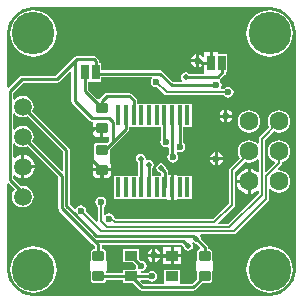
<source format=gtl>
G04 Layer_Physical_Order=1*
G04 Layer_Color=255*
%FSLAX44Y44*%
%MOMM*%
G71*
G01*
G75*
%ADD10R,0.6350X1.2700*%
G04:AMPARAMS|DCode=11|XSize=1mm|YSize=0.9mm|CornerRadius=0.1125mm|HoleSize=0mm|Usage=FLASHONLY|Rotation=180.000|XOffset=0mm|YOffset=0mm|HoleType=Round|Shape=RoundedRectangle|*
%AMROUNDEDRECTD11*
21,1,1.0000,0.6750,0,0,180.0*
21,1,0.7750,0.9000,0,0,180.0*
1,1,0.2250,-0.3875,0.3375*
1,1,0.2250,0.3875,0.3375*
1,1,0.2250,0.3875,-0.3375*
1,1,0.2250,-0.3875,-0.3375*
%
%ADD11ROUNDEDRECTD11*%
%ADD12R,1.0160X0.8636*%
%ADD13R,0.4064X1.6510*%
%ADD14C,0.2000*%
%ADD15C,0.2500*%
%ADD16C,0.3000*%
%ADD17C,1.5000*%
%ADD18C,3.6000*%
%ADD19C,1.6000*%
%ADD20C,0.6000*%
%ADD21C,0.5000*%
G36*
X25000Y247176D02*
X223772D01*
X225000Y247176D01*
X225000Y247176D01*
X225000Y247176D01*
Y247176D01*
X226234Y247088D01*
X229333Y246783D01*
X233499Y245519D01*
X237339Y243467D01*
X240705Y240705D01*
X243467Y237339D01*
X245519Y233499D01*
X246783Y229333D01*
X247088Y226234D01*
X247176Y225000D01*
X247176D01*
X247176Y225000D01*
Y26228D01*
X247176Y25000D01*
X247176Y25000D01*
X247176Y25000D01*
X247176D01*
X247088Y23766D01*
X246783Y20667D01*
X245519Y16501D01*
X243467Y12661D01*
X240705Y9295D01*
X237339Y6533D01*
X233499Y4481D01*
X229333Y3217D01*
X226234Y2912D01*
X225000Y2824D01*
Y2824D01*
X225000Y2824D01*
X26228D01*
X25000Y2824D01*
X25000Y2824D01*
X25000Y2824D01*
Y2824D01*
X23766Y2912D01*
X20667Y3217D01*
X16501Y4481D01*
X12661Y6533D01*
X9295Y9295D01*
X6533Y12661D01*
X4481Y16501D01*
X3217Y20667D01*
X2912Y23766D01*
X2824Y25000D01*
X2824D01*
X2824Y25000D01*
Y97414D01*
X4094Y97941D01*
X9249Y92786D01*
X8138Y91339D01*
X7232Y89149D01*
X6922Y86800D01*
X7232Y84451D01*
X8138Y82261D01*
X9581Y80381D01*
X11461Y78938D01*
X13650Y78032D01*
X16000Y77722D01*
X18349Y78032D01*
X20539Y78938D01*
X22419Y80381D01*
X23861Y82261D01*
X24768Y84451D01*
X25078Y86800D01*
X24768Y89149D01*
X23861Y91339D01*
X22419Y93219D01*
X20539Y94661D01*
X18349Y95568D01*
X16000Y95878D01*
X14310Y95655D01*
X7804Y102161D01*
Y104486D01*
X9074Y104859D01*
X10937Y103430D01*
X13379Y102418D01*
X14730Y102240D01*
Y112200D01*
Y122159D01*
X13379Y121981D01*
X10937Y120970D01*
X9074Y119541D01*
X7804Y119914D01*
Y131411D01*
X9074Y131842D01*
X9581Y131181D01*
X11461Y129739D01*
X13650Y128832D01*
X16000Y128522D01*
X18349Y128832D01*
X20084Y129550D01*
X46196Y103439D01*
Y77000D01*
X46410Y75927D01*
X47017Y75017D01*
X75017Y47017D01*
X77196Y44839D01*
Y42551D01*
X76125D01*
X75101Y42348D01*
X74233Y41768D01*
X73652Y40899D01*
X73449Y39875D01*
Y33125D01*
X73561Y32561D01*
X73000Y32000D01*
Y24000D01*
X73561Y23439D01*
X73449Y22875D01*
Y16125D01*
X73652Y15101D01*
X74233Y14232D01*
X75101Y13652D01*
X76125Y13449D01*
X83875D01*
X84899Y13652D01*
X85767Y14232D01*
X86348Y15101D01*
X86551Y16125D01*
Y16446D01*
X100920D01*
Y13432D01*
X109353D01*
X114767Y8017D01*
X115677Y7410D01*
X116750Y7196D01*
X160500D01*
X161573Y7410D01*
X162483Y8017D01*
X167914Y13449D01*
X173875D01*
X174899Y13652D01*
X175767Y14232D01*
X176348Y15101D01*
X176551Y16125D01*
Y22875D01*
X176439Y23439D01*
X177000Y24000D01*
Y32000D01*
X176439Y32561D01*
X176551Y33125D01*
Y39875D01*
X176348Y40899D01*
X175767Y41768D01*
X174899Y42348D01*
X173875Y42551D01*
X172804D01*
Y44000D01*
X172591Y45073D01*
X171983Y45983D01*
X167060Y50906D01*
X167078Y51000D01*
X166768Y52561D01*
X166019Y53681D01*
X166249Y54449D01*
X166573Y54951D01*
X194500D01*
X195476Y55145D01*
X196302Y55698D01*
X223802Y83198D01*
X224355Y84025D01*
X224549Y85000D01*
Y92922D01*
X225819Y93353D01*
X226224Y92825D01*
X228209Y91302D01*
X230520Y90344D01*
X233000Y90018D01*
X235480Y90344D01*
X237791Y91302D01*
X239775Y92825D01*
X241298Y94809D01*
X242255Y97120D01*
X242582Y99600D01*
X242255Y102080D01*
X241298Y104391D01*
X239775Y106376D01*
X237791Y107898D01*
X235480Y108855D01*
X233000Y109182D01*
X232520Y109119D01*
X231926Y110322D01*
X234803Y113198D01*
X235355Y114025D01*
X235549Y115000D01*
Y115773D01*
X237791Y116702D01*
X239775Y118225D01*
X241298Y120209D01*
X242255Y122520D01*
X242582Y125000D01*
X242255Y127480D01*
X241298Y129791D01*
X239775Y131776D01*
X237791Y133298D01*
X235480Y134256D01*
X233000Y134582D01*
X230520Y134256D01*
X228209Y133298D01*
X226224Y131776D01*
X224702Y129791D01*
X223745Y127480D01*
X223418Y125000D01*
X223745Y122520D01*
X224702Y120209D01*
X226224Y118225D01*
X228209Y116702D01*
X229195Y116293D01*
X229443Y115048D01*
X222222Y107827D01*
X221049Y108313D01*
Y134843D01*
X228279Y142073D01*
X230520Y141145D01*
X233000Y140818D01*
X235480Y141145D01*
X237791Y142102D01*
X239775Y143625D01*
X241298Y145609D01*
X242255Y147920D01*
X242582Y150400D01*
X242255Y152880D01*
X241298Y155191D01*
X239775Y157176D01*
X237791Y158698D01*
X235480Y159656D01*
X233000Y159982D01*
X230520Y159656D01*
X228209Y158698D01*
X226224Y157176D01*
X224702Y155191D01*
X223745Y152880D01*
X223418Y150400D01*
X223745Y147920D01*
X224674Y145677D01*
X216698Y137702D01*
X216145Y136875D01*
X215951Y135899D01*
Y131808D01*
X214681Y131377D01*
X214375Y131776D01*
X212391Y133298D01*
X210080Y134256D01*
X207600Y134582D01*
X205120Y134256D01*
X202809Y133298D01*
X200825Y131776D01*
X199302Y129791D01*
X198344Y127480D01*
X198018Y125000D01*
X198344Y122520D01*
X199302Y120209D01*
X199867Y119472D01*
X191198Y110802D01*
X190645Y109976D01*
X190451Y109000D01*
Y81056D01*
X176944Y67549D01*
X95056D01*
X93336Y69269D01*
X93239Y69756D01*
X92244Y71244D01*
X90756Y72239D01*
X89000Y72588D01*
X87244Y72239D01*
X85819Y71287D01*
X85464Y71360D01*
X84549Y71724D01*
Y78291D01*
X85244Y78756D01*
X86239Y80244D01*
X86588Y82000D01*
X86239Y83756D01*
X85244Y85244D01*
X83756Y86239D01*
X82000Y86588D01*
X80244Y86239D01*
X78756Y85244D01*
X77761Y83756D01*
X77412Y82000D01*
X77761Y80244D01*
X78756Y78756D01*
X79451Y78291D01*
Y66000D01*
X79464Y65937D01*
X78293Y65312D01*
X69425Y74180D01*
X69588Y75000D01*
X69239Y76756D01*
X68244Y78244D01*
X66756Y79239D01*
X65000Y79588D01*
X63244Y79239D01*
X61756Y78244D01*
X60859Y76902D01*
X60136Y76566D01*
X59571Y76395D01*
X55804Y80161D01*
Y126000D01*
X55590Y127073D01*
X54983Y127983D01*
X24050Y158916D01*
X24768Y160651D01*
X25078Y163000D01*
X24768Y165349D01*
X23861Y167539D01*
X22419Y169419D01*
X20539Y170861D01*
X18349Y171768D01*
X16000Y172078D01*
X13650Y171768D01*
X11461Y170861D01*
X9581Y169419D01*
X9074Y168758D01*
X7804Y169189D01*
Y174839D01*
X16161Y183196D01*
X45000D01*
X46073Y183410D01*
X46983Y184017D01*
X56023Y193058D01*
X57196Y192572D01*
Y168000D01*
X57410Y166927D01*
X58017Y166017D01*
X73017Y151017D01*
X73927Y150410D01*
X74771Y150242D01*
X75092Y149908D01*
X75225Y149717D01*
X75597Y148926D01*
X75388Y147875D01*
Y145770D01*
X83000D01*
Y144500D01*
X84270D01*
Y137388D01*
X86875D01*
X87926Y137597D01*
X89196Y136857D01*
Y134161D01*
X87468Y132433D01*
X86875Y132551D01*
X79125D01*
X78101Y132348D01*
X77232Y131768D01*
X76652Y130899D01*
X76449Y129875D01*
Y123125D01*
X76561Y122561D01*
X76000Y122000D01*
Y114795D01*
X75673Y114305D01*
X75388Y112875D01*
Y110770D01*
X90612D01*
Y112875D01*
X90327Y114305D01*
X90000Y114795D01*
Y122000D01*
X89439Y122561D01*
X89551Y123125D01*
Y126586D01*
X93983Y131017D01*
X105233Y142267D01*
X105840Y143177D01*
X106054Y144250D01*
Y145979D01*
X132998D01*
Y135111D01*
X132761Y134756D01*
X132412Y133000D01*
X132761Y131244D01*
X133756Y129756D01*
X135244Y128761D01*
X137000Y128412D01*
X138676Y128745D01*
X138949Y128742D01*
X139946Y128209D01*
Y123372D01*
X139756Y123244D01*
X138761Y121756D01*
X138412Y120000D01*
X138761Y118244D01*
X139756Y116756D01*
X141244Y115761D01*
X143000Y115412D01*
X144756Y115761D01*
X146244Y116756D01*
X147239Y118244D01*
X147588Y120000D01*
X147239Y121756D01*
X146244Y123244D01*
X146205Y123271D01*
X146236Y123907D01*
X146577Y124196D01*
X147540Y124702D01*
X149000Y124412D01*
X150756Y124761D01*
X152244Y125756D01*
X153239Y127244D01*
X153588Y129000D01*
X153239Y130756D01*
X152244Y132244D01*
X151804Y132539D01*
Y145979D01*
X158892D01*
Y165489D01*
X112554D01*
Y168250D01*
X112340Y169323D01*
X111733Y170233D01*
X107983Y173983D01*
X107073Y174590D01*
X106000Y174804D01*
X87000D01*
X85927Y174590D01*
X85017Y173983D01*
X81017Y169983D01*
X80722Y169540D01*
X79243Y169222D01*
X71304Y177161D01*
Y184150D01*
X82247D01*
Y188196D01*
X125069D01*
X125543Y186926D01*
X124761Y185756D01*
X124412Y184000D01*
X124761Y182244D01*
X125756Y180756D01*
X127244Y179761D01*
X129000Y179412D01*
X129820Y179575D01*
X136198Y173198D01*
X137025Y172645D01*
X138000Y172451D01*
X186291D01*
X186756Y171756D01*
X188244Y170761D01*
X190000Y170412D01*
X191756Y170761D01*
X193244Y171756D01*
X194239Y173244D01*
X194588Y175000D01*
X194239Y176756D01*
X193244Y178244D01*
X191756Y179239D01*
X190000Y179588D01*
X188244Y179239D01*
X186756Y178244D01*
X186291Y177549D01*
X184634D01*
X183955Y178819D01*
X184239Y179244D01*
X184588Y181000D01*
X184239Y182756D01*
X183244Y184244D01*
X182930Y184454D01*
Y185982D01*
X182983Y186017D01*
X187063Y190097D01*
X187670Y191007D01*
X187884Y192080D01*
Y192150D01*
X189247D01*
Y207850D01*
X181215D01*
Y208890D01*
X176770D01*
Y200000D01*
X174230D01*
Y208890D01*
X169785D01*
Y205600D01*
X168515Y205215D01*
X167994Y205994D01*
X166162Y207219D01*
X165270Y207396D01*
Y202000D01*
Y196604D01*
X166162Y196781D01*
X167994Y198006D01*
X168515Y198785D01*
X169785Y198400D01*
Y191110D01*
X168642Y190804D01*
X156937D01*
X156884Y190884D01*
X155561Y191768D01*
X154000Y192078D01*
X152439Y191768D01*
X151116Y190884D01*
X150232Y189561D01*
X149922Y188000D01*
X150232Y186439D01*
X151116Y185116D01*
X151180Y185074D01*
X150794Y183804D01*
X143161D01*
X133982Y192983D01*
X133073Y193591D01*
X132000Y193804D01*
X82247D01*
Y199850D01*
X80376D01*
Y201428D01*
X80162Y202501D01*
X79555Y203411D01*
X77983Y204983D01*
X77073Y205590D01*
X76000Y205804D01*
X62000D01*
X60927Y205590D01*
X60017Y204983D01*
X58017Y202983D01*
X43839Y188804D01*
X15000D01*
X13927Y188590D01*
X13017Y187983D01*
X4094Y179060D01*
X2824Y179586D01*
Y223772D01*
X2824Y225000D01*
X2824Y225000D01*
X2824Y225000D01*
X2824D01*
X2912Y226234D01*
X3217Y229333D01*
X4481Y233499D01*
X6533Y237339D01*
X9295Y240705D01*
X12661Y243467D01*
X16501Y245519D01*
X20667Y246783D01*
X23766Y247088D01*
X25000Y247176D01*
Y247176D01*
X25000Y247176D01*
D02*
G37*
G36*
X215951Y118192D02*
Y108020D01*
X214681Y107452D01*
X212915Y108807D01*
X210352Y109869D01*
X208870Y110064D01*
Y99600D01*
Y89136D01*
X210352Y89331D01*
X212915Y90393D01*
X214681Y91748D01*
X215951Y91180D01*
Y89556D01*
X189944Y63549D01*
X181813D01*
X181327Y64722D01*
X194802Y78198D01*
X195355Y79025D01*
X195549Y80000D01*
Y107944D01*
X203868Y116263D01*
X205120Y115744D01*
X207600Y115418D01*
X210080Y115744D01*
X212391Y116702D01*
X214375Y118225D01*
X214681Y118623D01*
X215951Y118192D01*
D02*
G37*
G36*
X9581Y156581D02*
X11461Y155139D01*
X13650Y154232D01*
X16000Y153922D01*
X18349Y154232D01*
X20084Y154950D01*
X50196Y124838D01*
Y109028D01*
X49023Y108542D01*
X24050Y133516D01*
X24768Y135251D01*
X25078Y137600D01*
X24768Y139949D01*
X23861Y142139D01*
X22419Y144019D01*
X20539Y145461D01*
X18349Y146368D01*
X16000Y146678D01*
X13650Y146368D01*
X11461Y145461D01*
X9581Y144019D01*
X9074Y143358D01*
X7804Y143789D01*
Y156811D01*
X9074Y157242D01*
X9581Y156581D01*
D02*
G37*
G36*
X161439Y47232D02*
X163000Y46922D01*
X163094Y46940D01*
X166213Y43821D01*
X166184Y43397D01*
X165760Y42479D01*
X165101Y42348D01*
X164233Y41768D01*
X163652Y40899D01*
X163449Y39875D01*
Y33125D01*
X163561Y32561D01*
X163000Y32000D01*
Y24000D01*
X163561Y23439D01*
X163449Y22875D01*
Y16914D01*
X159339Y12804D01*
X150116D01*
X149106Y13432D01*
X149106Y14074D01*
Y25068D01*
X135946D01*
Y14074D01*
X135946Y13432D01*
X134936Y12804D01*
X117911D01*
X115442Y15273D01*
X115928Y16446D01*
X121712D01*
X122006Y16006D01*
X123494Y15011D01*
X125250Y14662D01*
X127006Y15011D01*
X128495Y16006D01*
X129489Y17494D01*
X129838Y19250D01*
X129489Y21006D01*
X128495Y22494D01*
X127006Y23489D01*
X125250Y23838D01*
X123494Y23489D01*
X122006Y22494D01*
X121712Y22054D01*
X115441D01*
X115362Y22288D01*
X116197Y23376D01*
X116315Y23430D01*
X117980Y23761D01*
X119468Y24756D01*
X120463Y26244D01*
X120812Y28000D01*
X120463Y29756D01*
X119468Y31244D01*
X117980Y32239D01*
X116224Y32588D01*
X115704Y32485D01*
X114080Y34109D01*
Y42708D01*
X100920D01*
Y31072D01*
X109187D01*
X111739Y28520D01*
X111636Y28000D01*
X111966Y26338D01*
X111947Y26048D01*
X111424Y25068D01*
X100920D01*
Y22054D01*
X86551D01*
Y22875D01*
X86439Y23439D01*
X87000Y24000D01*
Y32000D01*
X86439Y32561D01*
X86551Y33125D01*
Y39875D01*
X86348Y40899D01*
X85767Y41768D01*
X84899Y42348D01*
X83875Y42551D01*
X82804D01*
Y46000D01*
X82965Y46196D01*
X150839D01*
X151940Y45094D01*
X151922Y45000D01*
X152232Y43439D01*
X153116Y42116D01*
X154439Y41232D01*
X156000Y40922D01*
X157561Y41232D01*
X158884Y42116D01*
X159768Y43439D01*
X160078Y45000D01*
X159768Y46561D01*
X159453Y47032D01*
X160369Y47947D01*
X161439Y47232D01*
D02*
G37*
%LPC*%
G36*
X225000Y244594D02*
X221177Y244218D01*
X217501Y243103D01*
X214114Y241292D01*
X211145Y238855D01*
X208708Y235886D01*
X206897Y232498D01*
X205782Y228822D01*
X205406Y225000D01*
X205782Y221177D01*
X206897Y217501D01*
X208708Y214114D01*
X211145Y211145D01*
X214114Y208708D01*
X217501Y206897D01*
X221177Y205782D01*
X225000Y205406D01*
X228822Y205782D01*
X232498Y206897D01*
X235886Y208708D01*
X238855Y211145D01*
X241292Y214114D01*
X243103Y217501D01*
X244218Y221177D01*
X244594Y225000D01*
X244218Y228822D01*
X243103Y232498D01*
X241292Y235886D01*
X238855Y238855D01*
X235886Y241292D01*
X232498Y243103D01*
X228822Y244218D01*
X225000Y244594D01*
D02*
G37*
G36*
X25000D02*
X21177Y244218D01*
X17502Y243103D01*
X14114Y241292D01*
X11145Y238855D01*
X8708Y235886D01*
X6897Y232498D01*
X5782Y228822D01*
X5406Y225000D01*
X5782Y221177D01*
X6897Y217501D01*
X8708Y214114D01*
X11145Y211145D01*
X14114Y208708D01*
X17502Y206897D01*
X21177Y205782D01*
X25000Y205406D01*
X28823Y205782D01*
X32499Y206897D01*
X35886Y208708D01*
X38856Y211145D01*
X41292Y214114D01*
X43103Y217501D01*
X44218Y221177D01*
X44595Y225000D01*
X44218Y228822D01*
X43103Y232498D01*
X41292Y235886D01*
X38856Y238855D01*
X35886Y241292D01*
X32499Y243103D01*
X28823Y244218D01*
X25000Y244594D01*
D02*
G37*
G36*
X162730Y207396D02*
X161838Y207219D01*
X160006Y205994D01*
X158781Y204162D01*
X158604Y203270D01*
X162730D01*
Y207396D01*
D02*
G37*
G36*
Y200730D02*
X158604D01*
X158781Y199838D01*
X160006Y198006D01*
X161838Y196781D01*
X162730Y196604D01*
Y200730D01*
D02*
G37*
G36*
X189270Y160396D02*
Y156270D01*
X193396D01*
X193219Y157162D01*
X191994Y158994D01*
X190162Y160219D01*
X189270Y160396D01*
D02*
G37*
G36*
X186730D02*
X185838Y160219D01*
X184006Y158994D01*
X182781Y157162D01*
X182604Y156270D01*
X186730D01*
Y160396D01*
D02*
G37*
G36*
X193396Y153730D02*
X189270D01*
Y149604D01*
X190162Y149781D01*
X191994Y151006D01*
X193219Y152838D01*
X193396Y153730D01*
D02*
G37*
G36*
X186730D02*
X182604D01*
X182781Y152838D01*
X184006Y151006D01*
X185838Y149781D01*
X186730Y149604D01*
Y153730D01*
D02*
G37*
G36*
X207600Y159982D02*
X205120Y159656D01*
X202809Y158698D01*
X200825Y157176D01*
X199302Y155191D01*
X198344Y152880D01*
X198018Y150400D01*
X198344Y147920D01*
X199302Y145609D01*
X200825Y143625D01*
X202809Y142102D01*
X205120Y141145D01*
X207600Y140818D01*
X210080Y141145D01*
X212391Y142102D01*
X214375Y143625D01*
X215898Y145609D01*
X216855Y147920D01*
X217182Y150400D01*
X216855Y152880D01*
X215898Y155191D01*
X214375Y157176D01*
X212391Y158698D01*
X210080Y159656D01*
X207600Y159982D01*
D02*
G37*
G36*
X81730Y143230D02*
X75388D01*
Y141125D01*
X75673Y139695D01*
X76483Y138483D01*
X77695Y137673D01*
X79125Y137388D01*
X81730D01*
Y143230D01*
D02*
G37*
G36*
X181270Y124396D02*
Y120270D01*
X185396D01*
X185219Y121162D01*
X183994Y122994D01*
X182162Y124219D01*
X181270Y124396D01*
D02*
G37*
G36*
X178730D02*
X177838Y124219D01*
X176006Y122994D01*
X174781Y121162D01*
X174604Y120270D01*
X178730D01*
Y124396D01*
D02*
G37*
G36*
X185396Y117730D02*
X181270D01*
Y113604D01*
X182162Y113781D01*
X183994Y115006D01*
X185219Y116838D01*
X185396Y117730D01*
D02*
G37*
G36*
X178730D02*
X174604D01*
X174781Y116838D01*
X176006Y115006D01*
X177838Y113781D01*
X178730Y113604D01*
Y117730D01*
D02*
G37*
G36*
X17270Y122159D02*
Y113470D01*
X25959D01*
X25782Y114821D01*
X24770Y117263D01*
X23161Y119361D01*
X21063Y120970D01*
X18621Y121981D01*
X17270Y122159D01*
D02*
G37*
G36*
X90612Y108230D02*
X84270D01*
Y102388D01*
X86875D01*
X88305Y102673D01*
X89517Y103483D01*
X90327Y104695D01*
X90612Y106125D01*
Y108230D01*
D02*
G37*
G36*
X81730D02*
X75388D01*
Y106125D01*
X75673Y104695D01*
X76483Y103483D01*
X77695Y102673D01*
X79125Y102388D01*
X81730D01*
Y108230D01*
D02*
G37*
G36*
X25959Y110930D02*
X17270D01*
Y102240D01*
X18621Y102418D01*
X21063Y103430D01*
X23161Y105039D01*
X24770Y107137D01*
X25782Y109579D01*
X25959Y110930D01*
D02*
G37*
G36*
X146978Y105295D02*
X143676D01*
Y94500D01*
Y83705D01*
X146978D01*
Y84745D01*
X158892D01*
Y104255D01*
X146978D01*
Y105295D01*
D02*
G37*
G36*
X116000Y123078D02*
X114439Y122768D01*
X113116Y121884D01*
X112232Y120561D01*
X111922Y119000D01*
X112232Y117439D01*
X113116Y116116D01*
X113196Y116063D01*
Y104255D01*
X93218D01*
Y84745D01*
X137834D01*
Y83705D01*
X141136D01*
Y94500D01*
Y105295D01*
X138804D01*
Y108000D01*
X138590Y109073D01*
X137983Y109983D01*
X137060Y110906D01*
X137078Y111000D01*
X136768Y112561D01*
X135884Y113884D01*
X134561Y114768D01*
X133000Y115078D01*
X131439Y114768D01*
X130116Y113884D01*
X129232Y112561D01*
X128922Y111000D01*
X129232Y109439D01*
X130116Y108116D01*
X131439Y107232D01*
X133000Y106922D01*
X133196Y105686D01*
Y104255D01*
X125554D01*
Y110813D01*
X125634Y110866D01*
X126518Y112189D01*
X126828Y113750D01*
X126518Y115311D01*
X125634Y116634D01*
X124311Y117518D01*
X122750Y117828D01*
X121189Y117518D01*
X121061Y117432D01*
X119918Y118196D01*
X120078Y119000D01*
X119768Y120561D01*
X118884Y121884D01*
X117561Y122768D01*
X116000Y123078D01*
D02*
G37*
G36*
X225000Y44595D02*
X221177Y44218D01*
X217501Y43103D01*
X214114Y41292D01*
X211145Y38856D01*
X208708Y35886D01*
X206897Y32499D01*
X205782Y28823D01*
X205406Y25000D01*
X205782Y21177D01*
X206897Y17502D01*
X208708Y14114D01*
X211145Y11145D01*
X214114Y8708D01*
X217501Y6897D01*
X221177Y5782D01*
X225000Y5406D01*
X228822Y5782D01*
X232498Y6897D01*
X235886Y8708D01*
X238855Y11145D01*
X241292Y14114D01*
X243103Y17502D01*
X244218Y21177D01*
X244594Y25000D01*
X244218Y28823D01*
X243103Y32499D01*
X241292Y35886D01*
X238855Y38856D01*
X235886Y41292D01*
X232498Y43103D01*
X228822Y44218D01*
X225000Y44595D01*
D02*
G37*
G36*
X25000D02*
X21177Y44218D01*
X17502Y43103D01*
X14114Y41292D01*
X11145Y38856D01*
X8708Y35886D01*
X6897Y32499D01*
X5782Y28823D01*
X5406Y25000D01*
X5782Y21177D01*
X6897Y17502D01*
X8708Y14114D01*
X11145Y11145D01*
X14114Y8708D01*
X17502Y6897D01*
X21177Y5782D01*
X25000Y5406D01*
X28823Y5782D01*
X32499Y6897D01*
X35886Y8708D01*
X38856Y11145D01*
X41292Y14114D01*
X43103Y17502D01*
X44218Y21177D01*
X44595Y25000D01*
X44218Y28823D01*
X43103Y32499D01*
X41292Y35886D01*
X38856Y38856D01*
X35886Y41292D01*
X32499Y43103D01*
X28823Y44218D01*
X25000Y44595D01*
D02*
G37*
G36*
X206330Y110064D02*
X204848Y109869D01*
X202285Y108807D01*
X200083Y107117D01*
X198393Y104916D01*
X197331Y102352D01*
X197136Y100870D01*
X206330D01*
Y110064D01*
D02*
G37*
G36*
Y98330D02*
X197136D01*
X197331Y96848D01*
X198393Y94284D01*
X200083Y92083D01*
X202285Y90393D01*
X204848Y89331D01*
X206330Y89136D01*
Y98330D01*
D02*
G37*
G36*
X128270Y42396D02*
Y38270D01*
X132396D01*
X132219Y39162D01*
X130994Y40994D01*
X129162Y42219D01*
X128270Y42396D01*
D02*
G37*
G36*
X125730D02*
X124838Y42219D01*
X123006Y40994D01*
X121781Y39162D01*
X121604Y38270D01*
X125730D01*
Y42396D01*
D02*
G37*
G36*
X150146Y43748D02*
X143796D01*
Y38160D01*
X150146D01*
Y43748D01*
D02*
G37*
G36*
X141256D02*
X134906D01*
Y38160D01*
X141256D01*
Y43748D01*
D02*
G37*
G36*
X132396Y35730D02*
X128270D01*
Y31604D01*
X129162Y31781D01*
X130994Y33006D01*
X132219Y34838D01*
X132396Y35730D01*
D02*
G37*
G36*
X125730D02*
X121604D01*
X121781Y34838D01*
X123006Y33006D01*
X124838Y31781D01*
X125730Y31604D01*
Y35730D01*
D02*
G37*
G36*
X150146Y35620D02*
X143796D01*
Y30032D01*
X150146D01*
Y35620D01*
D02*
G37*
G36*
X141256D02*
X134906D01*
Y30032D01*
X141256D01*
Y35620D01*
D02*
G37*
%LPD*%
D10*
X184572Y200000D02*
D03*
X175500D02*
D03*
X68500Y192000D02*
D03*
X77572D02*
D03*
D11*
X80000Y19500D02*
D03*
Y36500D02*
D03*
X170000Y19500D02*
D03*
Y36500D02*
D03*
X83000Y161500D02*
D03*
Y144500D02*
D03*
Y126500D02*
D03*
Y109500D02*
D03*
D12*
X107500Y36890D02*
D03*
X142526D02*
D03*
X107500Y19250D02*
D03*
X142526D02*
D03*
D13*
X155360Y94500D02*
D03*
X148756D02*
D03*
X142406D02*
D03*
X135802D02*
D03*
X129250D02*
D03*
X122750D02*
D03*
X116250D02*
D03*
X109750D02*
D03*
X103250D02*
D03*
X96750D02*
D03*
X155360Y155734D02*
D03*
X148756D02*
D03*
X142406D02*
D03*
X135802D02*
D03*
X129250D02*
D03*
X116250D02*
D03*
X122750D02*
D03*
X109750D02*
D03*
X103250D02*
D03*
X96750D02*
D03*
D14*
X218500Y135899D02*
X233000Y150400D01*
X218500Y88500D02*
Y135899D01*
X191000Y61000D02*
X218500Y88500D01*
X222000Y104000D02*
X233000Y115000D01*
X222000Y85000D02*
Y104000D01*
X194500Y57500D02*
X222000Y85000D01*
X138000Y175000D02*
X190000D01*
X129000Y184000D02*
X138000Y175000D01*
X233000Y115000D02*
Y125000D01*
X207600Y123600D02*
Y125000D01*
X193000Y109000D02*
X207600Y123600D01*
X193000Y80000D02*
Y109000D01*
X178000Y65000D02*
X193000Y80000D01*
X89000Y68000D02*
X91000D01*
X82000Y66000D02*
Y82000D01*
X91000Y68000D02*
X94000Y65000D01*
X178000D01*
X82000Y66000D02*
X87000Y61000D01*
X191000D01*
X65000Y75000D02*
X82500Y57500D01*
X194500D01*
D15*
X77000Y49000D02*
X80000Y46000D01*
Y36500D02*
Y46000D01*
X163000Y51000D02*
X170000Y44000D01*
Y36500D02*
Y44000D01*
X107500Y19250D02*
X116750Y10000D01*
X160500D01*
X170000Y19500D01*
X80250Y19250D02*
X107500D01*
X125250D01*
X107500Y36724D02*
X116224Y28000D01*
X107500Y36724D02*
Y36890D01*
X135802Y134198D02*
X137000Y133000D01*
X135802Y134198D02*
Y155734D01*
X142406D02*
X142750Y155390D01*
Y120250D02*
Y155390D01*
Y120250D02*
X143000Y120000D01*
X149000Y129000D02*
Y155490D01*
X148756Y155734D02*
X149000Y155490D01*
X142000Y181000D02*
X180000D01*
X132000Y191000D02*
X142000Y181000D01*
X77572Y191000D02*
X132000D01*
X164000Y202000D02*
X166000D01*
X168000Y200000D01*
X172424D01*
X116000Y94750D02*
Y119000D01*
Y94750D02*
X116250Y94500D01*
X122750Y94500D02*
Y113750D01*
X133000Y111000D02*
X136000Y108000D01*
Y94698D02*
Y108000D01*
X135802Y94500D02*
X136000Y94698D01*
X83000Y92000D02*
X95000Y80000D01*
X139000D01*
X142406Y83406D01*
Y94500D01*
X83000Y92000D02*
Y109500D01*
X68500Y176000D02*
X83000Y161500D01*
X68500Y176000D02*
Y191000D01*
X103250Y144250D02*
Y155734D01*
X103250Y155734D01*
X89000Y153000D02*
X91968Y150032D01*
Y146308D02*
Y150032D01*
Y146308D02*
X92000Y146276D01*
Y133000D02*
Y146276D01*
Y133000D02*
X103250Y144250D01*
X83000Y126500D02*
X85500D01*
X92000Y133000D01*
X76500Y144500D02*
X83000D01*
X73000Y141000D02*
X76500Y144500D01*
X73000Y119500D02*
Y141000D01*
Y119500D02*
X83000Y109500D01*
X60000Y201000D02*
X62000Y203000D01*
X60000Y168000D02*
Y201000D01*
Y168000D02*
X75000Y153000D01*
X89000D01*
X62000Y203000D02*
X76000D01*
X77572Y201428D01*
Y192000D02*
Y201428D01*
X106000Y172000D02*
X109750Y168250D01*
Y155734D02*
Y168250D01*
X83000Y161500D02*
Y168000D01*
X87000Y172000D01*
X106000D01*
X16000Y86800D02*
Y90000D01*
X5000Y101000D02*
X16000Y90000D01*
X5000Y101000D02*
Y176000D01*
X15000Y186000D01*
X45000D01*
X62000Y203000D01*
X49000Y77000D02*
Y104600D01*
X16000Y137600D02*
X49000Y104600D01*
X160250Y53750D02*
X163000Y51000D01*
X59250Y72618D02*
Y72750D01*
X53000Y79000D02*
X59250Y72750D01*
X53000Y79000D02*
Y126000D01*
X16000Y163000D02*
X53000Y126000D01*
X59250Y72618D02*
X78118Y53750D01*
X160250D01*
X49000Y77000D02*
X77000Y49000D01*
X152000D01*
X156000Y45000D01*
X154000Y188000D02*
X181000D01*
X185080Y192080D01*
Y200000D01*
D16*
X127110Y36890D02*
X142526D01*
X127000Y37000D02*
X127110Y36890D01*
D17*
X16000Y86800D02*
D03*
Y112200D02*
D03*
Y137600D02*
D03*
Y163000D02*
D03*
D18*
X25000Y225000D02*
D03*
X225000D02*
D03*
Y25000D02*
D03*
X25000D02*
D03*
D19*
X233000Y150400D02*
D03*
X207600D02*
D03*
X233000Y125000D02*
D03*
X207600D02*
D03*
X233000Y99600D02*
D03*
X207600D02*
D03*
D20*
X188000Y155000D02*
D03*
X180000Y119000D02*
D03*
X127000Y37000D02*
D03*
X125250Y19250D02*
D03*
X116224Y28000D02*
D03*
X137000Y133000D02*
D03*
X143000Y120000D02*
D03*
X149000Y129000D02*
D03*
X190000Y175000D02*
D03*
X129000Y184000D02*
D03*
X65000Y75000D02*
D03*
X82000Y82000D02*
D03*
X180000Y181000D02*
D03*
X164000Y202000D02*
D03*
X89000Y68000D02*
D03*
D21*
X116000Y119000D02*
D03*
X122750Y113750D02*
D03*
X133000Y111000D02*
D03*
X156000Y45000D02*
D03*
X163000Y51000D02*
D03*
X154000Y188000D02*
D03*
M02*

</source>
